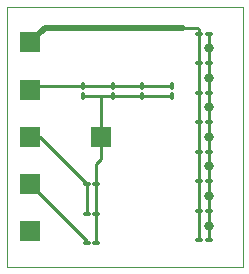
<source format=gtl>
G04 #@! TF.GenerationSoftware,KiCad,Pcbnew,(7.0.0)*
G04 #@! TF.CreationDate,2023-03-10T17:55:38+01:00*
G04 #@! TF.ProjectId,CapacitorBox0201,43617061-6369-4746-9f72-426f78303230,rev?*
G04 #@! TF.SameCoordinates,Original*
G04 #@! TF.FileFunction,Copper,L1,Top*
G04 #@! TF.FilePolarity,Positive*
%FSLAX46Y46*%
G04 Gerber Fmt 4.6, Leading zero omitted, Abs format (unit mm)*
G04 Created by KiCad (PCBNEW (7.0.0)) date 2023-03-10 17:55:38*
%MOMM*%
%LPD*%
G01*
G04 APERTURE LIST*
G04 Aperture macros list*
%AMRoundRect*
0 Rectangle with rounded corners*
0 $1 Rounding radius*
0 $2 $3 $4 $5 $6 $7 $8 $9 X,Y pos of 4 corners*
0 Add a 4 corners polygon primitive as box body*
4,1,4,$2,$3,$4,$5,$6,$7,$8,$9,$2,$3,0*
0 Add four circle primitives for the rounded corners*
1,1,$1+$1,$2,$3*
1,1,$1+$1,$4,$5*
1,1,$1+$1,$6,$7*
1,1,$1+$1,$8,$9*
0 Add four rect primitives between the rounded corners*
20,1,$1+$1,$2,$3,$4,$5,0*
20,1,$1+$1,$4,$5,$6,$7,0*
20,1,$1+$1,$6,$7,$8,$9,0*
20,1,$1+$1,$8,$9,$2,$3,0*%
G04 Aperture macros list end*
G04 #@! TA.AperFunction,SMDPad,CuDef*
%ADD10RoundRect,0.100000X-0.217500X-0.100000X0.217500X-0.100000X0.217500X0.100000X-0.217500X0.100000X0*%
G04 #@! TD*
G04 #@! TA.AperFunction,SMDPad,CuDef*
%ADD11RoundRect,0.100000X-0.100000X0.217500X-0.100000X-0.217500X0.100000X-0.217500X0.100000X0.217500X0*%
G04 #@! TD*
G04 #@! TA.AperFunction,ComponentPad*
%ADD12R,1.700000X1.700000*%
G04 #@! TD*
G04 #@! TA.AperFunction,ViaPad*
%ADD13C,0.800000*%
G04 #@! TD*
G04 #@! TA.AperFunction,Conductor*
%ADD14C,0.250000*%
G04 #@! TD*
G04 #@! TA.AperFunction,Conductor*
%ADD15C,0.500000*%
G04 #@! TD*
G04 #@! TA.AperFunction,Profile*
%ADD16C,0.100000*%
G04 #@! TD*
G04 APERTURE END LIST*
D10*
X117292500Y-119750000D03*
X118107500Y-119750000D03*
X117292500Y-117250000D03*
X118107500Y-117250000D03*
D11*
X110000000Y-106692500D03*
X110000000Y-107507500D03*
D12*
X102999999Y-114999999D03*
X102999999Y-118999999D03*
D11*
X112500000Y-106692500D03*
X112500000Y-107507500D03*
X107500000Y-106692500D03*
X107500000Y-107507500D03*
D12*
X102999999Y-102999999D03*
X108999999Y-110999999D03*
D10*
X107792500Y-117500000D03*
X108607500Y-117500000D03*
D11*
X115000000Y-106692500D03*
X115000000Y-107507500D03*
D10*
X117292500Y-114750000D03*
X118107500Y-114750000D03*
X117292500Y-104750000D03*
X118107500Y-104750000D03*
D12*
X102999999Y-110999999D03*
D10*
X117292500Y-107250000D03*
X118107500Y-107250000D03*
X117292500Y-102250000D03*
X118107500Y-102250000D03*
X117292500Y-112250000D03*
X118107500Y-112250000D03*
X107792500Y-115000000D03*
X108607500Y-115000000D03*
D12*
X102999999Y-106999999D03*
D10*
X117292500Y-109750000D03*
X118107500Y-109750000D03*
X107792500Y-120000000D03*
X108607500Y-120000000D03*
D13*
X118100000Y-116000000D03*
X118100000Y-111000000D03*
X118100000Y-103500000D03*
X118100000Y-106000000D03*
X118100000Y-118500000D03*
X118100000Y-108500000D03*
X118100000Y-113500000D03*
D14*
X107792500Y-120000000D02*
X107792500Y-119792500D01*
X107792500Y-119792500D02*
X103000000Y-115000000D01*
X108607500Y-120000000D02*
X108607500Y-115000000D01*
X109000000Y-112900000D02*
X109000000Y-111000000D01*
X118107500Y-119750000D02*
X118107500Y-102250000D01*
X109000000Y-107515000D02*
X109007500Y-107507500D01*
X108600000Y-113300000D02*
X109000000Y-112900000D01*
X109000000Y-111000000D02*
X109000000Y-107515000D01*
X107500000Y-107507500D02*
X109007500Y-107507500D01*
X109007500Y-107507500D02*
X115000000Y-107507500D01*
X108607500Y-115000000D02*
X108600000Y-114992500D01*
X108600000Y-114992500D02*
X108600000Y-113300000D01*
X117292500Y-102250000D02*
X117292500Y-101892500D01*
D15*
X104250000Y-101750000D02*
X115950000Y-101750000D01*
X103000000Y-103000000D02*
X104250000Y-101750000D01*
D14*
X117292500Y-102250000D02*
X117292500Y-119750000D01*
X117150000Y-101750000D02*
X115950000Y-101750000D01*
X117292500Y-101892500D02*
X117150000Y-101750000D01*
X103792500Y-111000000D02*
X103000000Y-111000000D01*
X107792500Y-115000000D02*
X103792500Y-111000000D01*
X107792500Y-117500000D02*
X107792500Y-115000000D01*
X103307500Y-106692500D02*
X103000000Y-107000000D01*
X107500000Y-106692500D02*
X103307500Y-106692500D01*
X115000000Y-106692500D02*
X107500000Y-106692500D01*
D16*
X101000000Y-100000000D02*
X121000000Y-100000000D01*
X121000000Y-100000000D02*
X121000000Y-122000000D01*
X121000000Y-122000000D02*
X101000000Y-122000000D01*
X101000000Y-100000000D02*
X101000000Y-122000000D01*
M02*

</source>
